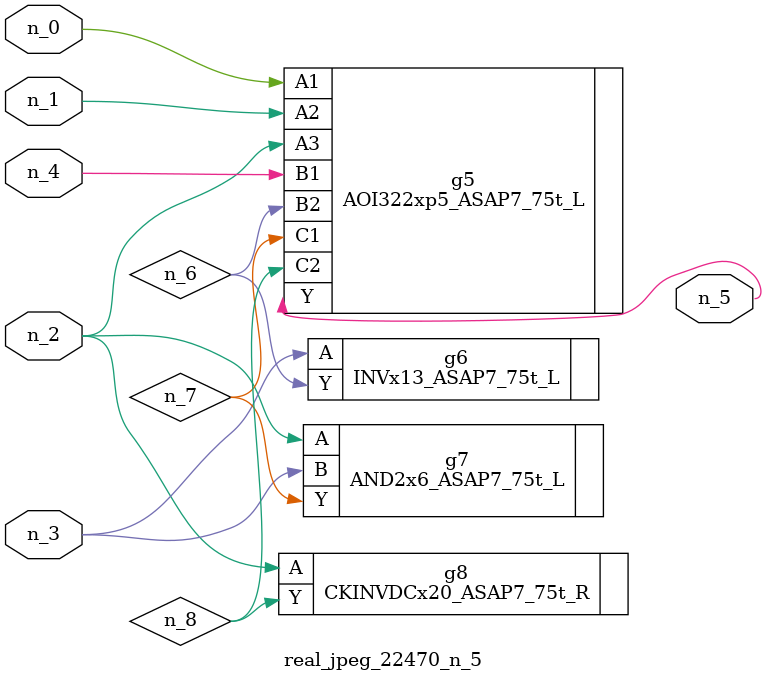
<source format=v>
module real_jpeg_22470_n_5 (n_4, n_0, n_1, n_2, n_3, n_5);

input n_4;
input n_0;
input n_1;
input n_2;
input n_3;

output n_5;

wire n_8;
wire n_6;
wire n_7;

AOI322xp5_ASAP7_75t_L g5 ( 
.A1(n_0),
.A2(n_1),
.A3(n_2),
.B1(n_4),
.B2(n_6),
.C1(n_7),
.C2(n_8),
.Y(n_5)
);

AND2x6_ASAP7_75t_L g7 ( 
.A(n_2),
.B(n_3),
.Y(n_7)
);

CKINVDCx20_ASAP7_75t_R g8 ( 
.A(n_2),
.Y(n_8)
);

INVx13_ASAP7_75t_L g6 ( 
.A(n_3),
.Y(n_6)
);


endmodule
</source>
